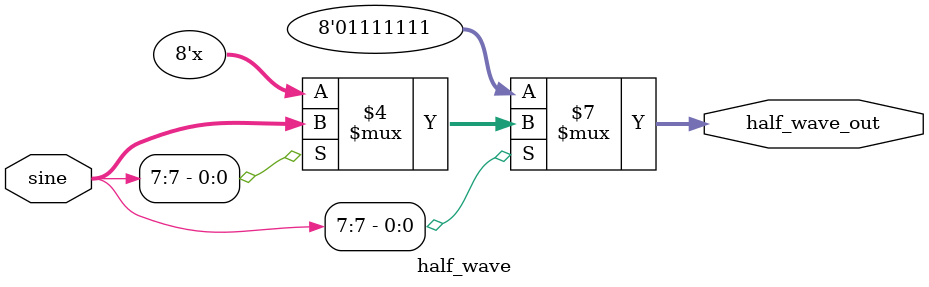
<source format=v>
module half_wave(
    sine,
    half_wave_out
);

input signed [7:0] sine;
output reg [7:0] half_wave_out;
always @(sine) begin
    if(sine[7]==1'b0) half_wave_out<=8'd127;
    else if(sine[7]==1'b1) half_wave_out<=sine;
end

endmodule


</source>
